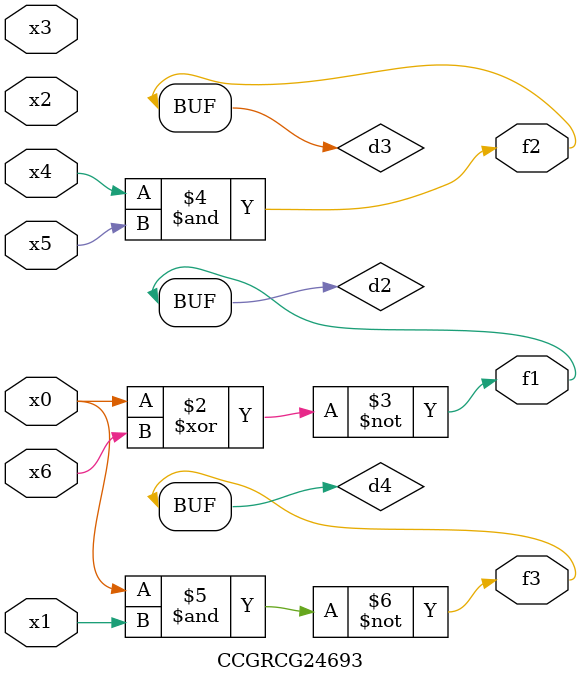
<source format=v>
module CCGRCG24693(
	input x0, x1, x2, x3, x4, x5, x6,
	output f1, f2, f3
);

	wire d1, d2, d3, d4;

	nor (d1, x0);
	xnor (d2, x0, x6);
	and (d3, x4, x5);
	nand (d4, x0, x1);
	assign f1 = d2;
	assign f2 = d3;
	assign f3 = d4;
endmodule

</source>
